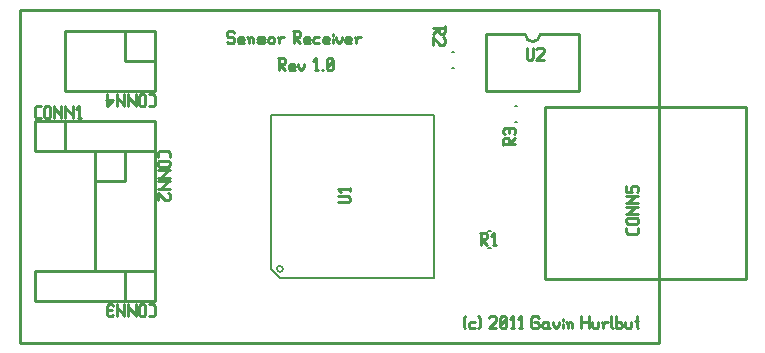
<source format=gbr>
G04 start of page 7 for group -4079 idx -4079 *
G04 Title: (unknown), topsilk *
G04 Creator: pcb 20091103 *
G04 CreationDate: Mon 14 Mar 2011 05:58:12 AM GMT UTC *
G04 For: gjhurlbu *
G04 Format: Gerber/RS-274X *
G04 PCB-Dimensions: 600000 500000 *
G04 PCB-Coordinate-Origin: lower left *
%MOIN*%
%FSLAX25Y25*%
%LNFRONTSILK*%
%ADD11C,0.0100*%
%ADD30C,0.0080*%
G54D11*X253000Y482000D02*X40000D01*
Y371000D01*
X253000D02*Y482000D01*
X40000Y371000D02*X253000D01*
X188000Y376500D02*X188500Y376000D01*
X188000Y379500D02*X188500Y380000D01*
X188000Y379500D02*Y376500D01*
X190201Y378000D02*X191701D01*
X189701Y377500D02*X190201Y378000D01*
X189701Y377500D02*Y376500D01*
X190201Y376000D01*
X191701D01*
X192902Y380000D02*X193402Y379500D01*
Y376500D01*
X192902Y376000D02*X193402Y376500D01*
X196403Y379500D02*X196903Y380000D01*
X198403D01*
X198903Y379500D01*
Y378500D01*
X196403Y376000D02*X198903Y378500D01*
X196403Y376000D02*X198903D01*
X200104Y376500D02*X200604Y376000D01*
X200104Y379500D02*Y376500D01*
Y379500D02*X200604Y380000D01*
X201604D01*
X202104Y379500D01*
Y376500D01*
X201604Y376000D02*X202104Y376500D01*
X200604Y376000D02*X201604D01*
X200104Y377000D02*X202104Y379000D01*
X203805Y376000D02*X204805D01*
X204305Y380000D02*Y376000D01*
X203305Y379000D02*X204305Y380000D01*
X206506Y376000D02*X207506D01*
X207006Y380000D02*Y376000D01*
X206006Y379000D02*X207006Y380000D01*
X212507D02*X213007Y379500D01*
X211007Y380000D02*X212507D01*
X210507Y379500D02*X211007Y380000D01*
X210507Y379500D02*Y376500D01*
X211007Y376000D01*
X212507D01*
X213007Y376500D01*
Y377500D02*Y376500D01*
X212507Y378000D02*X213007Y377500D01*
X211507Y378000D02*X212507D01*
X215708D02*X216208Y377500D01*
X214708Y378000D02*X215708D01*
X214208Y377500D02*X214708Y378000D01*
X214208Y377500D02*Y376500D01*
X214708Y376000D01*
X216208Y378000D02*Y376500D01*
X216708Y376000D01*
X214708D02*X215708D01*
X216208Y376500D01*
X217909Y378000D02*Y377000D01*
X218909Y376000D01*
X219909Y377000D01*
Y378000D02*Y377000D01*
X221110Y379000D02*Y378500D01*
Y377500D02*Y376000D01*
X222611Y377500D02*Y376000D01*
Y377500D02*X223111Y378000D01*
X223611D01*
X224111Y377500D01*
Y376000D01*
X222111Y378000D02*X222611Y377500D01*
X227112Y380000D02*Y376000D01*
X229612Y380000D02*Y376000D01*
X227112Y378000D02*X229612D01*
X230813D02*Y376500D01*
X231313Y376000D01*
X232313D01*
X232813Y376500D01*
Y378000D02*Y376500D01*
X234514Y377500D02*Y376000D01*
Y377500D02*X235014Y378000D01*
X236014D01*
X234014D02*X234514Y377500D01*
X237215Y380000D02*Y376500D01*
X237715Y376000D01*
X238716Y380000D02*Y376000D01*
Y376500D02*X239216Y376000D01*
X240216D01*
X240716Y376500D01*
Y377500D02*Y376500D01*
X240216Y378000D02*X240716Y377500D01*
X239216Y378000D02*X240216D01*
X238716Y377500D02*X239216Y378000D01*
X241917D02*Y376500D01*
X242417Y376000D01*
X243417D01*
X243917Y376500D01*
Y378000D02*Y376500D01*
X245618Y380000D02*Y376500D01*
X246118Y376000D01*
X245118Y378500D02*X246118D01*
X111000Y475000D02*X111500Y474500D01*
X109500Y475000D02*X111000D01*
X109000Y474500D02*X109500Y475000D01*
X109000Y474500D02*Y473500D01*
X109500Y473000D01*
X111000D01*
X111500Y472500D01*
Y471500D01*
X111000Y471000D02*X111500Y471500D01*
X109500Y471000D02*X111000D01*
X109000Y471500D02*X109500Y471000D01*
X113201D02*X114701D01*
X112701Y471500D02*X113201Y471000D01*
X112701Y472500D02*Y471500D01*
Y472500D02*X113201Y473000D01*
X114201D01*
X114701Y472500D01*
X112701Y472000D02*X114701D01*
Y472500D02*Y472000D01*
X116402Y472500D02*Y471000D01*
Y472500D02*X116902Y473000D01*
X117402D01*
X117902Y472500D01*
Y471000D01*
X115902Y473000D02*X116402Y472500D01*
X119603Y471000D02*X121103D01*
X121603Y471500D01*
X121103Y472000D02*X121603Y471500D01*
X119603Y472000D02*X121103D01*
X119103Y472500D02*X119603Y472000D01*
X119103Y472500D02*X119603Y473000D01*
X121103D01*
X121603Y472500D01*
X119103Y471500D02*X119603Y471000D01*
X122804Y472500D02*Y471500D01*
Y472500D02*X123304Y473000D01*
X124304D01*
X124804Y472500D01*
Y471500D01*
X124304Y471000D02*X124804Y471500D01*
X123304Y471000D02*X124304D01*
X122804Y471500D02*X123304Y471000D01*
X126505Y472500D02*Y471000D01*
Y472500D02*X127005Y473000D01*
X128005D01*
X126005D02*X126505Y472500D01*
X131006Y475000D02*X133006D01*
X133506Y474500D01*
Y473500D01*
X133006Y473000D02*X133506Y473500D01*
X131506Y473000D02*X133006D01*
X131506Y475000D02*Y471000D01*
Y473000D02*X133506Y471000D01*
X135207D02*X136707D01*
X134707Y471500D02*X135207Y471000D01*
X134707Y472500D02*Y471500D01*
Y472500D02*X135207Y473000D01*
X136207D01*
X136707Y472500D01*
X134707Y472000D02*X136707D01*
Y472500D02*Y472000D01*
X138408Y473000D02*X139908D01*
X137908Y472500D02*X138408Y473000D01*
X137908Y472500D02*Y471500D01*
X138408Y471000D01*
X139908D01*
X141609D02*X143109D01*
X141109Y471500D02*X141609Y471000D01*
X141109Y472500D02*Y471500D01*
Y472500D02*X141609Y473000D01*
X142609D01*
X143109Y472500D01*
X141109Y472000D02*X143109D01*
Y472500D02*Y472000D01*
X144310Y474000D02*Y473500D01*
Y472500D02*Y471000D01*
X145311Y473000D02*Y472000D01*
X146311Y471000D01*
X147311Y472000D01*
Y473000D02*Y472000D01*
X149012Y471000D02*X150512D01*
X148512Y471500D02*X149012Y471000D01*
X148512Y472500D02*Y471500D01*
Y472500D02*X149012Y473000D01*
X150012D01*
X150512Y472500D01*
X148512Y472000D02*X150512D01*
Y472500D02*Y472000D01*
X152213Y472500D02*Y471000D01*
Y472500D02*X152713Y473000D01*
X153713D01*
X151713D02*X152213Y472500D01*
X126000Y466000D02*X128000D01*
X128500Y465500D01*
Y464500D01*
X128000Y464000D02*X128500Y464500D01*
X126500Y464000D02*X128000D01*
X126500Y466000D02*Y462000D01*
Y464000D02*X128500Y462000D01*
X130201D02*X131701D01*
X129701Y462500D02*X130201Y462000D01*
X129701Y463500D02*Y462500D01*
Y463500D02*X130201Y464000D01*
X131201D01*
X131701Y463500D01*
X129701Y463000D02*X131701D01*
Y463500D02*Y463000D01*
X132902Y464000D02*Y463000D01*
X133902Y462000D01*
X134902Y463000D01*
Y464000D02*Y463000D01*
X138403Y462000D02*X139403D01*
X138903Y466000D02*Y462000D01*
X137903Y465000D02*X138903Y466000D01*
X140604Y462000D02*X141104D01*
X142305Y462500D02*X142805Y462000D01*
X142305Y465500D02*Y462500D01*
Y465500D02*X142805Y466000D01*
X143805D01*
X144305Y465500D01*
Y462500D01*
X143805Y462000D02*X144305Y462500D01*
X142805Y462000D02*X143805D01*
X142305Y463000D02*X144305Y465000D01*
X213500Y474000D02*X226500D01*
X195500D02*X208500D01*
X226500D02*Y455000D01*
X195500D02*X226500D01*
X195500Y474000D02*Y455000D01*
X208500Y474000D02*G75*G03X213500Y474000I2500J0D01*G01*
G54D30*X184064Y468148D02*X184850D01*
X184064Y462638D02*X184850D01*
X196150Y402852D02*X196936D01*
X196150Y408362D02*X196936D01*
X205064Y444638D02*X205850D01*
X205064Y450148D02*X205850D01*
G54D11*X282029Y449586D02*Y392500D01*
X215100Y449586D02*X282029D01*
X215100D02*Y392500D01*
X282029D01*
X45000Y445000D02*X55000D01*
Y435000D01*
X45000Y445000D02*Y435000D01*
Y445000D02*X85000D01*
Y435000D01*
X45000D02*X85000D01*
X75000Y425000D02*Y435000D01*
X65000Y425000D02*X75000D01*
X85000Y435000D02*X65000D01*
X85000Y395000D02*Y435000D01*
X65000Y395000D02*X85000D01*
X65000Y435000D02*Y395000D01*
X75000Y385000D02*X85000D01*
X75000Y395000D02*Y385000D01*
X85000Y395000D02*Y385000D01*
X45000D02*X85000D01*
X45000Y395000D02*Y385000D01*
Y395000D02*X85000D01*
X75000Y465000D02*X85000D01*
X75000Y475000D02*Y465000D01*
X85000Y475000D02*Y455000D01*
X55000D02*X85000D01*
X55000Y475000D02*Y455000D01*
Y475000D02*X85000D01*
G54D30*X126741Y392841D02*X123841Y395741D01*
X126741Y392841D02*X178159D01*
Y447159D02*Y392841D01*
X123841Y447159D02*X178159D01*
X123841D02*Y395741D01*
X126741Y394741D02*G75*G03X126741Y394741I0J1000D01*G01*
G54D11*X209000Y469500D02*Y466000D01*
X209500Y465500D01*
X210500D01*
X211000Y466000D01*
Y469500D02*Y466000D01*
X212201Y469000D02*X212701Y469500D01*
X214201D01*
X214701Y469000D01*
Y468000D01*
X212201Y465500D02*X214701Y468000D01*
X212201Y465500D02*X214701D01*
X181671Y476607D02*Y474607D01*
X181171Y474107D01*
X180171D02*X181171D01*
X179671Y474607D02*X180171Y474107D01*
X179671Y476107D02*Y474607D01*
X177671Y476107D02*X181671D01*
X179671D02*X177671Y474107D01*
X181171Y472906D02*X181671Y472406D01*
Y470906D01*
X181171Y470406D01*
X180171D02*X181171D01*
X177671Y472906D02*X180171Y470406D01*
X177671Y472906D02*Y470406D01*
X246100Y409500D02*Y408000D01*
X245600Y407500D02*X246100Y408000D01*
X242600Y407500D02*X245600D01*
X242600D02*X242100Y408000D01*
Y409500D02*Y408000D01*
X242600Y410701D02*X245600D01*
X242600D02*X242100Y411201D01*
Y412201D02*Y411201D01*
Y412201D02*X242600Y412701D01*
X245600D01*
X246100Y412201D02*X245600Y412701D01*
X246100Y412201D02*Y411201D01*
X245600Y410701D02*X246100Y411201D01*
X242100Y413902D02*X246100D01*
X242100D02*X242600D01*
X245100Y416402D01*
X242100D02*X246100D01*
X242100Y417603D02*X246100D01*
X242100D02*X242600D01*
X245100Y420103D01*
X242100D02*X246100D01*
X242100Y423304D02*Y421304D01*
X244100D01*
X243600Y421804D01*
Y422804D02*Y421804D01*
Y422804D02*X244100Y423304D01*
X245600D01*
X246100Y422804D02*X245600Y423304D01*
X246100Y422804D02*Y421804D01*
X245600Y421304D02*X246100Y421804D01*
X146000Y418000D02*X149500D01*
X150000Y418500D01*
Y419500D02*Y418500D01*
Y419500D02*X149500Y420000D01*
X146000D02*X149500D01*
X150000Y422701D02*Y421701D01*
X146000Y422201D02*X150000D01*
X147000Y421201D02*X146000Y422201D01*
X193393Y407757D02*X195393D01*
X195893Y407257D01*
Y406257D01*
X195393Y405757D02*X195893Y406257D01*
X193893Y405757D02*X195393D01*
X193893Y407757D02*Y403757D01*
Y405757D02*X195893Y403757D01*
X197594D02*X198594D01*
X198094Y407757D02*Y403757D01*
X197094Y406757D02*X198094Y407757D01*
X201157Y438965D02*Y436965D01*
Y438965D02*X201657Y439465D01*
X202657D01*
X203157Y438965D02*X202657Y439465D01*
X203157Y438965D02*Y437465D01*
X201157D02*X205157D01*
X203157D02*X205157Y439465D01*
X201657Y440666D02*X201157Y441166D01*
Y442166D02*Y441166D01*
Y442166D02*X201657Y442666D01*
X204657D01*
X205157Y442166D02*X204657Y442666D01*
X205157Y442166D02*Y441166D01*
X204657Y440666D02*X205157Y441166D01*
X203157Y442666D02*Y441166D01*
X45500Y446000D02*X47000D01*
X45000Y446500D02*X45500Y446000D01*
X45000Y449500D02*Y446500D01*
Y449500D02*X45500Y450000D01*
X47000D01*
X48201Y449500D02*Y446500D01*
Y449500D02*X48701Y450000D01*
X49701D01*
X50201Y449500D01*
Y446500D01*
X49701Y446000D02*X50201Y446500D01*
X48701Y446000D02*X49701D01*
X48201Y446500D02*X48701Y446000D01*
X51402Y450000D02*Y446000D01*
Y450000D02*Y449500D01*
X53902Y447000D01*
Y450000D02*Y446000D01*
X55103Y450000D02*Y446000D01*
Y450000D02*Y449500D01*
X57603Y447000D01*
Y450000D02*Y446000D01*
X59304D02*X60304D01*
X59804Y450000D02*Y446000D01*
X58804Y449000D02*X59804Y450000D01*
X86000Y434500D02*Y433000D01*
X86500Y435000D02*X86000Y434500D01*
X86500Y435000D02*X89500D01*
X90000Y434500D01*
Y433000D01*
X86500Y431799D02*X89500D01*
X90000Y431299D01*
Y430299D01*
X89500Y429799D01*
X86500D02*X89500D01*
X86000Y430299D02*X86500Y429799D01*
X86000Y431299D02*Y430299D01*
X86500Y431799D02*X86000Y431299D01*
Y428598D02*X90000D01*
X89500D02*X90000D01*
X89500D02*X87000Y426098D01*
X86000D02*X90000D01*
X86000Y424897D02*X90000D01*
X89500D02*X90000D01*
X89500D02*X87000Y422397D01*
X86000D02*X90000D01*
X89500Y421196D02*X90000Y420696D01*
Y419196D01*
X89500Y418696D01*
X88500D02*X89500D01*
X86000Y421196D02*X88500Y418696D01*
X86000Y421196D02*Y418696D01*
X83000Y384000D02*X84500D01*
X85000Y383500D02*X84500Y384000D01*
X85000Y383500D02*Y380500D01*
X84500Y380000D01*
X83000D02*X84500D01*
X81799Y383500D02*Y380500D01*
X81299Y380000D01*
X80299D02*X81299D01*
X80299D02*X79799Y380500D01*
Y383500D02*Y380500D01*
X80299Y384000D02*X79799Y383500D01*
X80299Y384000D02*X81299D01*
X81799Y383500D02*X81299Y384000D01*
X78598D02*Y380000D01*
Y380500D02*Y380000D01*
Y380500D02*X76098Y383000D01*
Y384000D02*Y380000D01*
X74897Y384000D02*Y380000D01*
Y380500D02*Y380000D01*
Y380500D02*X72397Y383000D01*
Y384000D02*Y380000D01*
X71196Y380500D02*X70696Y380000D01*
X69696D02*X70696D01*
X69696D02*X69196Y380500D01*
Y383500D02*Y380500D01*
X69696Y384000D02*X69196Y383500D01*
X69696Y384000D02*X70696D01*
X71196Y383500D02*X70696Y384000D01*
X69196Y382000D02*X70696D01*
X83000Y454000D02*X84500D01*
X85000Y453500D02*X84500Y454000D01*
X85000Y453500D02*Y450500D01*
X84500Y450000D01*
X83000D02*X84500D01*
X81799Y453500D02*Y450500D01*
X81299Y450000D01*
X80299D02*X81299D01*
X80299D02*X79799Y450500D01*
Y453500D02*Y450500D01*
X80299Y454000D02*X79799Y453500D01*
X80299Y454000D02*X81299D01*
X81799Y453500D02*X81299Y454000D01*
X78598D02*Y450000D01*
Y450500D02*Y450000D01*
Y450500D02*X76098Y453000D01*
Y454000D02*Y450000D01*
X74897Y454000D02*Y450000D01*
Y450500D02*Y450000D01*
Y450500D02*X72397Y453000D01*
Y454000D02*Y450000D01*
X71196Y452000D02*X69196Y450000D01*
X68696Y452000D02*X71196D01*
X69196Y454000D02*Y450000D01*
M02*

</source>
